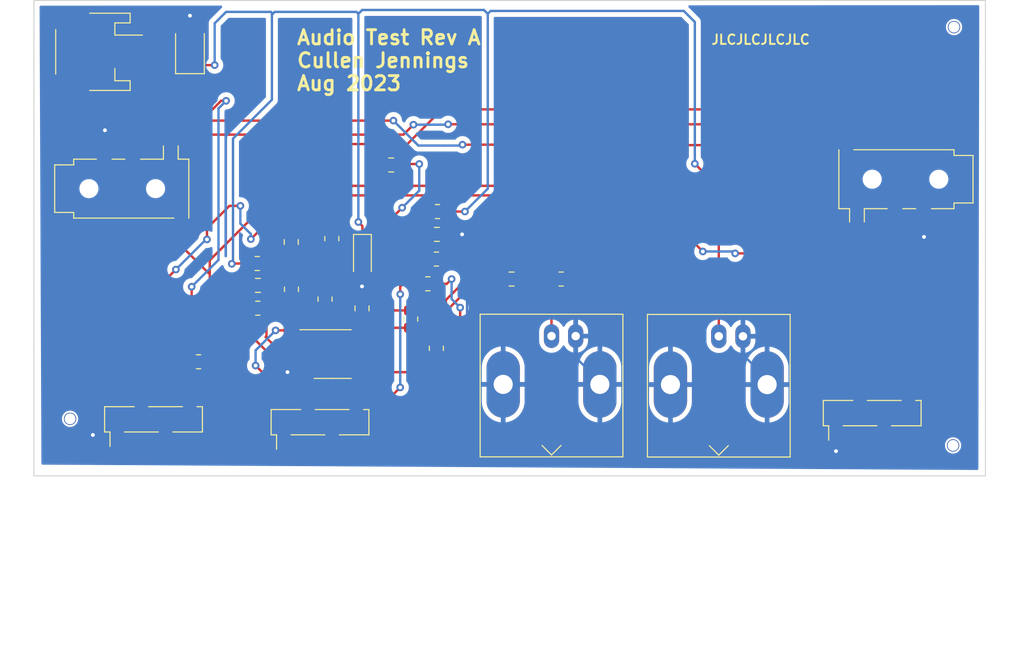
<source format=kicad_pcb>
(kicad_pcb (version 20221018) (generator pcbnew)
  (layers (0 "F.Cu" signal) (31 "B.Cu" signal) (34 "B.Paste" user) (35 "F.Paste" user) (36 "B.SilkS" user "B.Silkscreen") (37 "F.SilkS" user "F.Silkscreen") (38 "B.Mask" user) (39 "F.Mask" user) (44 "Edge.Cuts" user))
  (net 0 "")
  (net 1 "+3.3V")
  (net 2 "/Right")
  (net 3 "/Mic")
  (net 4 "/Left")
  (net 5 "Net-(C6-Pad1)")
  (net 6 "Net-(C7-Pad2)")
  (net 7 "Net-(J5-Pin_2)")
  (net 8 "Net-(C2-Pad1)")
  (net 9 "Net-(U1A-+)")
  (net 10 "Net-(J8-Pin_4)")
  (net 11 "Net-(J6-In)")
  (net 12 "Net-(J7-In)")
  (net 13 "Net-(J5-Pin_3)")
  (net 14 "Net-(J8-Pin_1)")
  (net 15 "Net-(J4-Pin_4)")
  (net 16 "Net-(J8-Pin_3)")
  (net 17 "GND")
  (footprint "FootprintLib:MountingHole_JLCPCB_Tool" (layer "F.Cu") (at 196.7 52.8)
    (fp_text reference "H1" hide)
    (fp_text value "JLCPCB-Tool-Hole")
    (pad "" np_thru_hole circle (at 0 0) (size 1.3 1.3) (drill 1.128) (layers "F&B.Cu" "*.Mask") (clearance 0.2))
  )
  (footprint "FootprintLib:MountingHole_JLCPCB_Tool" (layer "F.Cu") (at 103.8 94)
    (fp_text reference "H2" hide)
    (fp_text value "JLCPCB-Tool-Hole")
    (pad "" np_thru_hole circle (at 0 0) (size 1.3 1.3) (drill 1.128) (layers "F&B.Cu" "*.Mask") (clearance 0.2))
  )
  (footprint "Resistor_SMD:R_0805_2012Metric" (layer "F.Cu") (at 127.070226 80.373483 90)
    (fp_text reference "R3" hide)
    (fp_text value "1K")
    (pad "1" smd roundrect (at -0.9125 0 90) (size 1.025 1.4) (layers "F.Cu" "F.Paste" "F.Mask") (roundrect_rratio 0.243902439) (net 14 "Net-(J8-Pin_1)"))
    (pad "2" smd roundrect (at 0.9125 0 90) (size 1.025 1.4) (layers "F.Cu" "F.Paste" "F.Mask") (roundrect_rratio 0.243902439) (net 8 "Net-(C2-Pad1)"))
  )
  (footprint "Connector_PinHeader_2.54mm:PinHeader_1x04_P2.54mm_Vertical_SMD_Pin1Left" (layer "F.Cu") (at 188.1 93.4 90)
    (fp_text reference "J5" hide)
    (fp_text value "Conn_01x04_Pin")
    (pad "1" smd rect (at -1.655 -3.81 90) (size 2.51 1) (layers "F.Cu" "F.Paste" "F.Mask") (net 17 "GND"))
    (pad "2" smd rect (at 1.655 -1.27 90) (size 2.51 1) (layers "F.Cu" "F.Paste" "F.Mask") (net 7 "Net-(J5-Pin_2)"))
    (pad "3" smd rect (at -1.655 1.27 90) (size 2.51 1) (layers "F.Cu" "F.Paste" "F.Mask") (net 13 "Net-(J5-Pin_3)"))
    (pad "4" smd rect (at 1.655 3.81 90) (size 2.51 1) (layers "F.Cu" "F.Paste" "F.Mask") (net 1 "+3.3V"))
  )
  (footprint "Capacitor_SMD:C_0805_2012Metric" (layer "F.Cu") (at 123.545548 79.964736)
    (fp_text reference "C3" hide)
    (fp_text value "0.1uF")
    (pad "1" smd roundrect (at -0.95 0) (size 1 1.45) (layers "F.Cu" "F.Paste" "F.Mask") (net 17 "GND"))
    (pad "2" smd roundrect (at 0.95 0) (size 1 1.45) (layers "F.Cu" "F.Paste" "F.Mask") (net 9 "Net-(U1A-+)"))
  )
  (footprint "Resistor_SMD:R_0805_2012Metric" (layer "F.Cu") (at 130.6 81.4125 90)
    (fp_text reference "R4" hide)
    (fp_text value "22K")
    (pad "1" smd roundrect (at -0.9125 0 90) (size 1.025 1.4) (layers "F.Cu" "F.Paste" "F.Mask") (roundrect_rratio 0.243902439) (net 13 "Net-(J5-Pin_3)"))
    (pad "2" smd roundrect (at 0.9125 0 90) (size 1.025 1.4) (layers "F.Cu" "F.Paste" "F.Mask") (roundrect_rratio 0.243902439) (net 14 "Net-(J8-Pin_1)"))
  )
  (footprint "Resistor_SMD:R_0805_2012Metric" (layer "F.Cu") (at 123.528939 82.366676)
    (fp_text reference "R2" hide)
    (fp_text value "47k")
    (pad "1" smd roundrect (at -0.9125 0) (size 1.025 1.4) (layers "F.Cu" "F.Paste" "F.Mask") (roundrect_rratio 0.243902439) (net 17 "GND"))
    (pad "2" smd roundrect (at 0.9125 0) (size 1.025 1.4) (layers "F.Cu" "F.Paste" "F.Mask") (roundrect_rratio 0.243902439) (net 9 "Net-(U1A-+)"))
  )
  (footprint "Resistor_SMD:R_0805_2012Metric" (layer "F.Cu") (at 142.3 86.5875 -90)
    (fp_text reference "R7" hide)
    (fp_text value "10K")
    (pad "1" smd roundrect (at -0.9125 0 270) (size 1.025 1.4) (layers "F.Cu" "F.Paste" "F.Mask") (roundrect_rratio 0.243902439) (net 6 "Net-(C7-Pad2)"))
    (pad "2" smd roundrect (at 0.9125 0 270) (size 1.025 1.4) (layers "F.Cu" "F.Paste" "F.Mask") (roundrect_rratio 0.243902439) (net 16 "Net-(J8-Pin_3)"))
  )
  (footprint "Capacitor_Tantalum_SMD:CP_EIA-3216-18_Kemet-A" (layer "F.Cu") (at 134.525751 76.916676 -90)
    (fp_text reference "C5" hide)
    (fp_text value "10uF")
    (pad "1" smd roundrect (at -1.35 0 270) (size 1.4 1.35) (layers "F.Cu" "F.Paste" "F.Mask") (roundrect_rratio 0.1851851852) (net 1 "+3.3V"))
    (pad "2" smd roundrect (at 1.35 0 270) (size 1.4 1.35) (layers "F.Cu" "F.Paste" "F.Mask") (roundrect_rratio 0.1851851852) (net 17 "GND"))
  )
  (footprint "Package_SO:SOIC-8_3.9x4.9mm_P1.27mm" (layer "F.Cu") (at 131.400433 87.190529)
    (fp_text reference "U1" hide)
    (fp_text value "AD8397")
    (pad "1" smd roundrect (at -2.475 -1.905) (size 1.95 0.6) (layers "F.Cu" "F.Paste" "F.Mask") (net 13 "Net-(J5-Pin_3)"))
    (pad "2" smd roundrect (at -2.475 -0.635) (size 1.95 0.6) (layers "F.Cu" "F.Paste" "F.Mask") (net 14 "Net-(J8-Pin_1)"))
    (pad "3" smd roundrect (at -2.475 0.635) (size 1.95 0.6) (layers "F.Cu" "F.Paste" "F.Mask") (net 9 "Net-(U1A-+)"))
    (pad "4" smd roundrect (at -2.475 1.905) (size 1.95 0.6) (layers "F.Cu" "F.Paste" "F.Mask") (net 17 "GND"))
    (pad "5" smd roundrect (at 2.475 1.905) (size 1.95 0.6) (layers "F.Cu" "F.Paste" "F.Mask") (net 16 "Net-(J8-Pin_3)"))
    (pad "6" smd roundrect (at 2.475 0.635) (size 1.95 0.6) (layers "F.Cu" "F.Paste" "F.Mask") (net 7 "Net-(J5-Pin_2)"))
    (pad "7" smd roundrect (at 2.475 -0.635) (size 1.95 0.6) (layers "F.Cu" "F.Paste" "F.Mask") (net 7 "Net-(J5-Pin_2)"))
    (pad "8" smd roundrect (at 2.475 -1.905) (size 1.95 0.6) (layers "F.Cu" "F.Paste" "F.Mask") (net 1 "+3.3V"))
  )
  (footprint "Capacitor_Tantalum_SMD:CP_EIA-3528-21_Kemet-B" (layer "F.Cu") (at 116.4 55.2375 90)
    (fp_text reference "C4" hide)
    (fp_text value "100uF")
    (pad "1" smd roundrect (at -1.5375 0 90) (size 1.325 2.35) (layers "F.Cu" "F.Paste" "F.Mask") (roundrect_rratio 0.1886792453) (net 1 "+3.3V"))
    (pad "2" smd roundrect (at 1.5375 0 90) (size 1.325 2.35) (layers "F.Cu" "F.Paste" "F.Mask") (roundrect_rratio 0.1886792453) (net 17 "GND"))
  )
  (footprint "Resistor_SMD:R_0805_2012Metric" (layer "F.Cu") (at 155.4125 79.3)
    (fp_text reference "R6" hide)
    (fp_text value "560R")
    (pad "1" smd roundrect (at -0.9125 0) (size 1.025 1.4) (layers "F.Cu" "F.Paste" "F.Mask") (roundrect_rratio 0.243902439) (net 12 "Net-(J7-In)"))
    (pad "2" smd roundrect (at 0.9125 0) (size 1.025 1.4) (layers "F.Cu" "F.Paste" "F.Mask") (roundrect_rratio 0.243902439) (net 17 "GND"))
  )
  (footprint "Capacitor_SMD:C_0805_2012Metric" (layer "F.Cu") (at 142.35 74.6 180)
    (fp_text reference "C8" hide)
    (fp_text value "0.1uF")
    (pad "1" smd roundrect (at -0.95 0 180) (size 1 1.45) (layers "F.Cu" "F.Paste" "F.Mask") (net 17 "GND"))
    (pad "2" smd roundrect (at 0.95 0 180) (size 1 1.45) (layers "F.Cu" "F.Paste" "F.Mask") (net 10 "Net-(J8-Pin_4)"))
  )
  (footprint "Connector_Coaxial:BNC_Amphenol_B6252HB-NPP3G-50_Horizontal" (layer "F.Cu") (at 154.4 85.3 180)
    (fp_text reference "J7" hide)
    (fp_text value "KH-BNC50-3511")
    (pad "1" thru_hole oval (at 0 0 180) (size 1.6 2.5) (drill 0.89) (layers "*.Cu" "*.Mask") (net 12 "Net-(J7-In)"))
    (pad "2" thru_hole oval (at -5.08 -5.08 180) (size 3.5 7) (drill 2.01) (layers "*.Cu" "*.Mask") (net 17 "GND"))
    (pad "2" thru_hole oval (at -2.54 0 180) (size 1.6 2.5) (drill 0.89) (layers "*.Cu" "*.Mask") (net 17 "GND"))
    (pad "2" thru_hole oval (at 5.08 -5.08 180) (size 3.5 7) (drill 2.01) (layers "*.Cu" "*.Mask") (net 17 "GND"))
  )
  (footprint "Resistor_SMD:R_0805_2012Metric" (layer "F.Cu") (at 123.473345 77.666676 180)
    (fp_text reference "R1" hide)
    (fp_text value "47k")
    (pad "1" smd roundrect (at -0.9125 0 180) (size 1.025 1.4) (layers "F.Cu" "F.Paste" "F.Mask") (roundrect_rratio 0.243902439) (net 9 "Net-(U1A-+)"))
    (pad "2" smd roundrect (at 0.9125 0 180) (size 1.025 1.4) (layers "F.Cu" "F.Paste" "F.Mask") (roundrect_rratio 0.243902439) (net 1 "+3.3V"))
  )
  (footprint "Connector_PinHeader_2.54mm:PinHeader_1x04_P2.54mm_Vertical_SMD_Pin1Left" (layer "F.Cu") (at 112.57 94.055 90)
    (fp_text reference "J4" hide)
    (fp_text value "Conn_01x04_Pin")
    (pad "1" smd rect (at -1.655 -3.81 90) (size 2.51 1) (layers "F.Cu" "F.Paste" "F.Mask") (net 17 "GND"))
    (pad "2" smd rect (at 1.655 -1.27 90) (size 2.51 1) (layers "F.Cu" "F.Paste" "F.Mask") (net 4 "/Left"))
    (pad "3" smd rect (at -1.655 1.27 90) (size 2.51 1) (layers "F.Cu" "F.Paste" "F.Mask") (net 2 "/Right"))
    (pad "4" smd rect (at 1.655 3.81 90) (size 2.51 1) (layers "F.Cu" "F.Paste" "F.Mask") (net 15 "Net-(J4-Pin_4)"))
  )
  (footprint "Connector_PinHeader_2.54mm:PinHeader_1x04_P2.54mm_Vertical_SMD_Pin1Left" (layer "F.Cu") (at 130.07 94.355 90)
    (fp_text reference "J8" hide)
    (fp_text value "Conn_01x04_Pin")
    (pad "1" smd rect (at -1.655 -3.81 90) (size 2.51 1) (layers "F.Cu" "F.Paste" "F.Mask") (net 14 "Net-(J8-Pin_1)"))
    (pad "2" smd rect (at 1.655 -1.27 90) (size 2.51 1) (layers "F.Cu" "F.Paste" "F.Mask") (net 13 "Net-(J5-Pin_3)"))
    (pad "3" smd rect (at -1.655 1.27 90) (size 2.51 1) (layers "F.Cu" "F.Paste" "F.Mask") (net 16 "Net-(J8-Pin_3)"))
    (pad "4" smd rect (at 1.655 3.81 90) (size 2.51 1) (layers "F.Cu" "F.Paste" "F.Mask") (net 10 "Net-(J8-Pin_4)"))
  )
  (footprint "Capacitor_SMD:C_0805_2012Metric" (layer "F.Cu") (at 127.044661 75.407924 90)
    (fp_text reference "C2" hide)
    (fp_text value "10uF")
    (pad "1" smd roundrect (at -0.95 0 90) (size 1 1.45) (layers "F.Cu" "F.Paste" "F.Mask") (net 8 "Net-(C2-Pad1)"))
    (pad "2" smd roundrect (at 0.95 0 90) (size 1 1.45) (layers "F.Cu" "F.Paste" "F.Mask") (net 4 "/Left"))
  )
  (footprint "Resistor_SMD:R_0805_2012Metric" (layer "F.Cu") (at 131.311344 75.050737 -90)
    (fp_text reference "R5" hide)
    (fp_text value "560R")
    (pad "1" smd roundrect (at -0.9125 0 270) (size 1.025 1.4) (layers "F.Cu" "F.Paste" "F.Mask") (roundrect_rratio 0.243902439) (net 11 "Net-(J6-In)"))
    (pad "2" smd roundrect (at 0.9125 0 270) (size 1.025 1.4) (layers "F.Cu" "F.Paste" "F.Mask") (roundrect_rratio 0.243902439) (net 13 "Net-(J5-Pin_3)"))
  )
  (footprint "Resistor_SMD:R_0805_2012Metric" (layer "F.Cu") (at 142.4125 72.2)
    (fp_text reference "R8" hide)
    (fp_text value "47k")
    (pad "1" smd roundrect (at -0.9125 0) (size 1.025 1.4) (layers "F.Cu" "F.Paste" "F.Mask") (roundrect_rratio 0.243902439) (net 10 "Net-(J8-Pin_4)"))
    (pad "2" smd roundrect (at 0.9125 0) (size 1.025 1.4) (layers "F.Cu" "F.Paste" "F.Mask") (roundrect_rratio 0.243902439) (net 1 "+3.3V"))
  )
  (footprint "Connector_Coaxial:BNC_Amphenol_B6252HB-NPP3G-50_Horizontal" (layer "F.Cu") (at 171.98 85.32 180)
    (fp_text reference "J6" hide)
    (fp_text value "KH-BNC50-3511")
    (pad "1" thru_hole oval (at 0 0 180) (size 1.6 2.5) (drill 0.89) (layers "*.Cu" "*.Mask") (net 11 "Net-(J6-In)"))
    (pad "2" thru_hole oval (at -5.08 -5.08 180) (size 3.5 7) (drill 2.01) (layers "*.Cu" "*.Mask") (net 17 "GND"))
    (pad "2" thru_hole oval (at -2.54 0 180) (size 1.6 2.5) (drill 0.89) (layers "*.Cu" "*.Mask") (net 17 "GND"))
    (pad "2" thru_hole oval (at 5.08 -5.08 180) (size 3.5 7) (drill 2.01) (layers "*.Cu" "*.Mask") (net 17 "GND"))
  )
  (footprint "FootprintLib:Jack_3.5mm_PJ320D_Horizontal-CJ" (layer "F.Cu") (at 191.685 68.79 180)
    (fp_text reference "J2" hide)
    (fp_text value "PJ-320D")
    (pad "" np_thru_hole circle (at -3.415 -0.01 180) (size 1.5 1.5) (drill 1.5) (layers "*.Cu" "*.Mask"))
    (pad "" np_thru_hole circle (at 3.585 -0.01 180) (size 1.5 1.5) (drill 1.5) (layers "*.Cu" "*.Mask"))
    (pad "R1" smd rect (at 1.185 -3.26 180) (size 1.2 2.5) (layers "F.Cu" "F.Paste" "F.Mask") (net 2 "/Right"))
    (pad "R2" smd rect (at -1.815 -3.26 180) (size 1.2 2.5) (layers "F.Cu" "F.Paste" "F.Mask") (net 17 "GND"))
    (pad "S" smd rect (at 6.285 3.24 180) (size 1.2 2.5) (layers "F.Cu" "F.Paste" "F.Mask") (net 3 "/Mic"))
    (pad "T" smd rect (at 5.185 -3.26 180) (size 1.2 2.5) (layers "F.Cu" "F.Paste" "F.Mask") (net 4 "/Left"))
  )
  (footprint "Capacitor_SMD:C_0805_2012Metric" (layer "F.Cu") (at 137.55 67.3 180)
    (fp_text reference "C6" hide)
    (fp_text value "10uF")
    (pad "1" smd roundrect (at -0.95 0 180) (size 1 1.45) (layers "F.Cu" "F.Paste" "F.Mask") (net 5 "Net-(C6-Pad1)"))
    (pad "2" smd roundrect (at 0.95 0 180) (size 1 1.45) (layers "F.Cu" "F.Paste" "F.Mask") (net 3 "/Mic"))
  )
  (footprint "Resistor_SMD:R_0805_2012Metric" (layer "F.Cu") (at 141.4 79.8 180)
    (fp_text reference "R12" hide)
    (fp_text value "100R")
    (pad "1" smd roundrect (at -0.9125 0 180) (size 1.025 1.4) (layers "F.Cu" "F.Paste" "F.Mask") (roundrect_rratio 0.243902439) (net 16 "Net-(J8-Pin_3)"))
    (pad "2" smd roundrect (at 0.9125 0 180) (size 1.025 1.4) (layers "F.Cu" "F.Paste" "F.Mask") (roundrect_rratio 0.243902439) (net 10 "Net-(J8-Pin_4)"))
  )
  (footprint "Capacitor_SMD:C_0805_2012Metric" (layer "F.Cu") (at 134.48416 82.383586 -90)
    (fp_text reference "C1" hide)
    (fp_text value "0.1uF")
    (pad "1" smd roundrect (at -0.95 0 270) (size 1 1.45) (layers "F.Cu" "F.Paste" "F.Mask") (net 17 "GND"))
    (pad "2" smd roundrect (at 0.95 0 270) (size 1 1.45) (layers "F.Cu" "F.Paste" "F.Mask") (net 1 "+3.3V"))
  )
  (footprint "Resistor_SMD:R_0805_2012Metric" (layer "F.Cu") (at 142.3 77.2 180)
    (fp_text reference "R11" hide)
    (fp_text value "47k")
    (pad "1" smd roundrect (at -0.9125 0 180) (size 1.025 1.4) (layers "F.Cu" "F.Paste" "F.Mask") (roundrect_rratio 0.243902439) (net 17 "GND"))
    (pad "2" smd roundrect (at 0.9125 0 180) (size 1.025 1.4) (layers "F.Cu" "F.Paste" "F.Mask") (roundrect_rratio 0.243902439) (net 10 "Net-(J8-Pin_4)"))
  )
  (footprint "Resistor_SMD:R_0805_2012Metric" (layer "F.Cu") (at 139.6 83.5125 -90)
    (fp_text reference "R9" hide)
    (fp_text value "560R")
    (pad "1" smd roundrect (at -0.9125 0 270) (size 1.025 1.4) (layers "F.Cu" "F.Paste" "F.Mask") (roundrect_rratio 0.243902439) (net 5 "Net-(C6-Pad1)"))
    (pad "2" smd roundrect (at 0.9125 0 270) (size 1.025 1.4) (layers "F.Cu" "F.Paste" "F.Mask") (roundrect_rratio 0.243902439) (net 7 "Net-(J5-Pin_2)"))
  )
  (footprint "Capacitor_SMD:C_0805_2012Metric" (layer "F.Cu") (at 150.2 79.3 180)
    (fp_text reference "C7" hide)
    (fp_text value "10uF")
    (pad "1" smd roundrect (at -0.95 0 180) (size 1 1.45) (layers "F.Cu" "F.Paste" "F.Mask") (net 12 "Net-(J7-In)"))
    (pad "2" smd roundrect (at 0.95 0 180) (size 1 1.45) (layers "F.Cu" "F.Paste" "F.Mask") (net 6 "Net-(C7-Pad2)"))
  )
  (footprint "Connector_JST:JST_PH_S2B-PH-SM4-TB_1x02-1MP_P2.00mm_Horizontal" (layer "F.Cu") (at 106.8 55.4 -90)
    (fp_text reference "J3" hide)
    (fp_text value "JST_PH_1x02")
    (pad "1" smd roundrect (at -1 -2.85 270) (size 1 3.5) (layers "F.Cu" "F.Paste" "F.Mask") (net 17 "GND"))
    (pad "2" smd roundrect (at 1 -2.85 270) (size 1 3.5) (layers "F.Cu" "F.Paste" "F.Mask") (net 1 "+3.3V"))
    (pad "MP" smd roundrect (at -3.35 2.9 270) (size 1.5 3.4) (layers "F.Cu" "F.Paste" "F.Mask") (roundrect_rratio 0.1666673333))
    (pad "MP" smd roundrect (at 3.35 2.9 270) (size 1.5 3.4) (layers "F.Cu" "F.Paste" "F.Mask") (roundrect_rratio 0.1666673333))
  )
  (footprint "Resistor_SMD:R_0805_2012Metric" (layer "F.Cu") (at 117.3 88)
    (fp_text reference "R10" hide)
    (fp_text value "1K5")
    (pad "1" smd roundrect (at -0.9125 0) (size 1.025 1.4) (layers "F.Cu" "F.Paste" "F.Mask") (roundrect_rratio 0.243902439) (net 15 "Net-(J4-Pin_4)"))
    (pad "2" smd roundrect (at 0.9125 0) (size 1.025 1.4) (layers "F.Cu" "F.Paste" "F.Mask") (roundrect_rratio 0.243902439) (net 3 "/Mic"))
  )
  (footprint "FootprintLib:MountingHole_JLCPCB_Tool" (layer "F.Cu") (at 196.6 96.8)
    (fp_text reference "H3" hide)
    (fp_text value "JLCPCB-Tool-Hole")
    (pad "" np_thru_hole circle (at 0 0) (size 1.3 1.3) (drill 1.128) (layers "F&B.Cu" "*.Mask") (clearance 0.2))
  )
  (footprint "FootprintLib:Jack_3.5mm_PJ320D_Horizontal-CJ" (layer "F.Cu") (at 109.2 69.8)
    (fp_text reference "J1" hide)
    (fp_text value "PJ-320D")
    (pad "" np_thru_hole circle (at -3.415 -0.01) (size 1.5 1.5) (drill 1.5) (layers "*.Cu" "*.Mask"))
    (pad "" np_thru_hole circle (at 3.585 -0.01) (size 1.5 1.5) (drill 1.5) (layers "*.Cu" "*.Mask"))
    (pad "R1" smd rect (at 1.185 -3.26) (size 1.2 2.5) (layers "F.Cu" "F.Paste" "F.Mask") (net 2 "/Right"))
    (pad "R2" smd rect (at -1.815 -3.26) (size 1.2 2.5) (layers "F.Cu" "F.Paste" "F.Mask") (net 17 "GND"))
    (pad "S" smd rect (at 6.285 3.24) (size 1.2 2.5) (layers "F.Cu" "F.Paste" "F.Mask") (net 3 "/Mic"))
    (pad "T" smd rect (at 5.185 -3.26) (size 1.2 2.5) (layers "F.Cu" "F.Paste" "F.Mask") (net 4 "/Left"))
  )
  (gr_line (start 100 100) (end 200 100) (stroke (width 0.1)) (layer "Edge.Cuts"))
  (gr_line (start 200 50) (end 100 50) (stroke (width 0.1)) (layer "Edge.Cuts"))
  (gr_line (start 100 50) (end 100 100) (stroke (width 0.1)) (layer "Edge.Cuts"))
  (gr_line (start 200 100) (end 200 50) (stroke (width 0.1)) (layer "Edge.Cuts"))
  (gr_text "Audio Test Rev A\nCullen Jennings \nAug 2023 " (at 127.5 59.6) (layer "F.SilkS") (effects (font (size 1.5 1.5) (thickness 0.3) bold) (justify left bottom)))
  (gr_text "JLCJLCJLCJLC" (at 171.1 54.7) (layer "F.SilkS") (effects (font (size 1 1) (thickness 0.2) bold) (justify left bottom)))
  (segment (start 112.8 56.4) (end 113.3 56.9) (width 0.25) (layer "F.Cu") (net 1))
  (segment (start 134.525751 75.566676) (end 134.525751 73.725751) (width 0.25) (layer "F.Cu") (net 1))
  (segment (start 113.3 56.9) (end 116.275 56.9) (width 0.25) (layer "F.Cu") (net 1))
  (segment (start 143.325 72.2) (end 145.3 72.2) (width 0.25) (layer "F.Cu") (net 1))
  (segment (start 134.473703 83.169043) (end 134.48416 83.158586) (width 0.25) (layer "F.Cu") (net 1))
  (segment (start 133.036328 83.168244) (end 133.036328 75.566676) (width 0.25) (layer "F.Cu") (net 1))
  (segment (start 116.275 56.9) (end 116.4 56.775) (width 0.25) (layer "F.Cu") (net 1))
  (segment (start 133.875433 85.285529) (end 133.911806 85.249156) (width 0.25) (layer "F.Cu") (net 1))
  (segment (start 122.560845 77.666676) (end 120.833324 77.666676) (width 0.25) (layer "F.Cu") (net 1))
  (segment (start 116.425 56.8) (end 119 56.8) (width 0.25) (layer "F.Cu") (net 1))
  (segment (start 133.045986 83.158586) (end 133.036328 83.168244) (width 0.25) (layer "F.Cu") (net 1))
  (segment (start 134.48416 83.158586) (end 133.045986 83.158586) (width 0.25) (layer "F.Cu") (net 1))
  (segment (start 116.4 56.775) (end 116.425 56.8) (width 0.25) (layer "F.Cu") (net 1))
  (segment (start 120.833324 77.666676) (end 120.8 77.7) (width 0.25) (layer "F.Cu") (net 1))
  (segment (start 191.91 91.745) (end 191.91 81.365901) (width 0.25) (layer "F.Cu") (net 1))
  (segment (start 134.473703 84.223808) (end 134.473703 83.169043) (width 0.25) (layer "F.Cu") (net 1))
  (segment (start 109.65 56.4) (end 112.8 56.4) (width 0.25) (layer "F.Cu") (net 1))
  (segment (start 133.911806 85.249156) (end 133.911806 84.495069) (width 0.25) (layer "F.Cu") (net 1))
  (segment (start 191.91 81.365901) (end 188.561893 78.017794) (width 0.25) (layer "F.Cu") (net 1))
  (segment (start 188.561893 78.017794) (end 180.306803 78.017794) (width 0.25) (layer "F.Cu") (net 1))
  (segment (start 134.525751 73.725751) (end 134.1 73.3) (width 0.25) (layer "F.Cu") (net 1))
  (segment (start 180.306803 78.017794) (end 169.462711 67.173702) (width 0.25) (layer "F.Cu") (net 1))
  (segment (start 133.911806 84.495069) (end 134.183067 84.223808) (width 0.25) (layer "F.Cu") (net 1))
  (segment (start 134.183067 84.223808) (end 134.473703 84.223808) (width 0.25) (layer "F.Cu") (net 1))
  (segment (start 134.525751 75.566676) (end 133.036328 75.566676) (width 0.25) (layer "F.Cu") (net 1))
  (via (at 119 56.8) (size 0.8) (drill 0.4) (layers "F.Cu" "B.Cu") (net 1))
  (via (at 120.8 77.7) (size 0.8) (drill 0.4) (layers "F.Cu" "B.Cu") (net 1))
  (via (at 169.462711 67.173702) (size 0.8) (drill 0.4) (layers "F.Cu" "B.Cu") (net 1))
  (via (at 134.1 73.3) (size 0.8) (drill 0.4) (layers "F.Cu" "B.Cu") (net 1))
  (via (at 145.3 72.2) (size 0.8) (drill 0.4) (layers "F.Cu" "B.Cu") (net 1))
  (segment (start 125.3 51.2) (end 133.9 51.2) (width 0.25) (layer "B.Cu") (net 1))
  (segment (start 147.3 51) (end 147.7 51.4) (width 0.25) (layer "B.Cu") (net 1))
  (segment (start 119 52.4) (end 120.2 51.2) (width 0.25) (layer "B.Cu") (net 1))
  (segment (start 125.1 51.4) (end 125.3 51.2) (width 0.25) (layer "B.Cu") (net 1))
  (segment (start 169.462711 67.173702) (end 169.462711 52.262711) (width 0.25) (layer "B.Cu") (net 1))
  (segment (start 147.7 69.8) (end 147.7 51.4) (width 0.25) (layer "B.Cu") (net 1))
  (segment (start 119 56.8) (end 119 52.4) (width 0.25) (layer "B.Cu") (net 1))
  (segment (start 120.2 51.2) (end 124.9 51.2) (width 0.25) (layer "B.Cu") (net 1))
  (segment (start 134.5 51) (end 147.3 51) (width 0.25) (layer "B.Cu") (net 1))
  (segment (start 134.1 51.4) (end 134.5 51) (width 0.25) (layer "B.Cu") (net 1))
  (segment (start 133.9 51.2) (end 134.1 51.4) (width 0.25) (layer "B.Cu") (net 1))
  (segment (start 125.0131 51.4869) (end 125.1 51.4) (width 0.25) (layer "B.Cu") (net 1))
  (segment (start 124.9 51.2) (end 125.1 51.4) (width 0.25) (layer "B.Cu") (net 1))
  (segment (start 120.925486 64.530087) (end 125.0131 60.442473) (width 0.25) (layer "B.Cu") (net 1))
  (segment (start 148 51.1) (end 147.7 51.4) (width 0.25) (layer "B.Cu") (net 1))
  (segment (start 134.1 73.3) (end 134.1 51.4) (width 0.25) (layer "B.Cu") (net 1))
  (segment (start 169.462711 52.262711) (end 168.3 51.1) (width 0.25) (layer "B.Cu") (net 1))
  (segment (start 125.0131 60.442473) (end 125.0131 51.4869) (width 0.25) (layer "B.Cu") (net 1))
  (segment (start 120.8 77.7) (end 120.925486 77.574514) (width 0.25) (layer "B.Cu") (net 1))
  (segment (start 145.3 72.2) (end 147.7 69.8) (width 0.25) (layer "B.Cu") (net 1))
  (segment (start 168.3 51.1) (end 148 51.1) (width 0.25) (layer "B.Cu") (net 1))
  (segment (start 120.925486 77.574514) (end 120.925486 64.530087) (width 0.25) (layer "B.Cu") (net 1))
  (segment (start 182.649328 76.587699) (end 189.421637 76.587699) (width 0.25) (layer "F.Cu") (net 2))
  (segment (start 150.921908 65.213298) (end 175.568393 65.213298) (width 0.25) (layer "F.Cu") (net 2))
  (segment (start 110.433629 62.844105) (end 110.649358 62.628376) (width 0.25) (layer "F.Cu") (net 2))
  (segment (start 116.581233 82.908053) (end 116.581233 80.108053) (width 0.25) (layer "F.Cu") (net 2))
  (segment (start 120.200486 60.554034) (end 119.669889 60.554034) (width 0.25) (layer "F.Cu") (net 2))
  (segment (start 113.817981 85.671305) (end 116.581233 82.908053) (width 0.25) (layer "F.Cu") (net 2))
  (segment (start 179.211147 68.856052) (end 179.211147 73.149518) (width 0.25) (layer "F.Cu") (net 2))
  (segment (start 175.568393 65.213298) (end 179.211147 68.856052) (width 0.25) (layer "F.Cu") (net 2))
  (segment (start 110.649358 62.628376) (end 110.658324 62.637342) (width 0.25) (layer "F.Cu") (net 2))
  (segment (start 110.658324 62.637342) (end 117.586581 62.637342) (width 0.25) (layer "F.Cu") (net 2))
  (segment (start 110.433629 66.510547) (end 110.433629 62.844105) (width 0.25) (layer "F.Cu") (net 2))
  (segment (start 133.466996 62.637342) (end 137.781731 62.637342) (width 0.25) (layer "F.Cu") (net 2))
  (segment (start 179.211147 73.149518) (end 182.649328 76.587699) (width 0.25) (layer "F.Cu") (net 2))
  (segment (start 189.421637 76.587699) (end 190.562072 75.447263) (width 0.25) (layer "F.Cu") (net 2))
  (segment (start 113.817981 85.671305) (end 113.84 85.693324) (width 0.25) (layer "F.Cu") (net 2))
  (segment (start 190.562072 75.447263) (end 190.562072 72.037311) (width 0.25) (layer "F.Cu") (net 2))
  (segment (start 145.044399 65.165355) (end 150.873965 65.165355) (width 0.25) (layer "F.Cu") (net 2))
  (segment (start 113.84 85.693324) (end 113.84 95.71) (width 0.25) (layer "F.Cu") (net 2))
  (segment (start 137.781731 62.637342) (end 137.783758 62.635315) (width 0.25) (layer "F.Cu") (net 2))
  (segment (start 117.586581 62.637342) (end 133.466996 62.637342) (width 0.25) (layer "F.Cu") (net 2))
  (segment (start 119.669889 60.554034) (end 117.586581 62.637342) (width 0.25) (layer "F.Cu") (net 2))
  (segment (start 150.873965 65.165355) (end 150.921908 65.213298) (width 0.25) (layer "F.Cu") (net 2))
  (via (at 145.044399 65.165355) (size 0.8) (drill 0.4) (layers "F.Cu" "B.Cu") (net 2))
  (via (at 120.200486 60.554034) (size 0.8) (drill 0.4) (layers "F.Cu" "B.Cu") (net 2))
  (via (at 137.783758 62.635315) (size 0.8) (drill 0.4) (layers "F.Cu" "B.Cu") (net 2))
  (via (at 116.581233 80.108053) (size 0.8) (drill 0.4) (layers "F.Cu" "B.Cu") (net 2))
  (segment (start 144.949707 65.260047) (end 145.044399 65.165355) (width 0.25) (layer "B.Cu") (net 2))
  (segment (start 116.581233 80.108053) (end 119.4 77.289286) (width 0.25) (layer "B.Cu") (net 2))
  (segment (start 119.4 61.35452) (end 120.200486 60.554034) (width 0.25) (layer "B.Cu") (net 2))
  (segment (start 137.783758 62.635315) (end 140.40849 65.260047) (width 0.25) (layer "B.Cu") (net 2))
  (segment (start 119.4 77.289286) (end 119.4 61.35452) (width 0.25) (layer "B.Cu") (net 2))
  (segment (start 143.103218 65.260047) (end 144.949707 65.260047) (width 0.25) (layer "B.Cu") (net 2))
  (segment (start 140.40849 65.260047) (end 143.103218 65.260047) (width 0.25) (layer "B.Cu") (net 2))
  (segment (start 139.246604 65.1) (end 142.891478 61.455126) (width 0.25) (layer "F.Cu") (net 3))
  (segment (start 142.891478 61.455126) (end 184.924566 61.455126) (width 0.25) (layer "F.Cu") (net 3))
  (segment (start 118.481338 77.318662) (end 130.7 65.1) (width 0.25) (layer "F.Cu") (net 3))
  (segment (start 118.481338 85.318662) (end 118.2 85.6) (width 0.25) (layer "F.Cu") (net 3))
  (segment (start 115.533629 75.85768) (end 118.333461 78.657512) (width 0.25) (layer "F.Cu") (net 3))
  (segment (start 136.6 65.1) (end 139.246604 65.1) (width 0.25) (layer "F.Cu") (net 3))
  (segment (start 118.2 87.9875) (end 118.2125 88) (width 0.25) (layer "F.Cu") (net 3))
  (segment (start 130.7 65.1) (end 136.6 65.1) (width 0.25) (layer "F.Cu") (net 3))
  (segment (start 136.6 67.3) (end 136.6 65.1) (width 0.25) (layer "F.Cu") (net 3))
  (segment (start 184.924566 61.455126) (end 185.462072 61.992632) (width 0.25) (layer "F.Cu") (net 3))
  (segment (start 118.2 85.6) (end 118.2 87.9875) (width 0.25) (layer "F.Cu") (net 3))
  (segment (start 118.333461 78.657512) (end 118.481338 78.657512) (width 0.25) (layer "F.Cu") (net 3))
  (segment (start 115.533629 73.010547) (end 115.533629 75.85768) (width 0.25) (layer "F.Cu") (net 3))
  (segment (start 118.481338 78.657512) (end 118.481338 77.318662) (width 0.25) (layer "F.Cu") (net 3))
  (segment (start 185.462072 61.992632) (end 185.462072 65.537311) (width 0.25) (layer "F.Cu") (net 3))
  (segment (start 118.481338 78.657512) (end 118.481338 85.318662) (width 0.25) (layer "F.Cu") (net 3))
  (segment (start 114.422438 64.110114) (end 114.419119 64.113433) (width 0.25) (layer "F.Cu") (net 4))
  (segment (start 134.881397 64.110114) (end 138.839792 64.110114) (width 0.25) (layer "F.Cu") (net 4))
  (segment (start 114.419119 64.113433) (end 114.433629 64.127943) (width 0.25) (layer "F.Cu") (net 4))
  (segment (start 121.7 71.6) (end 120.552925 71.6) (width 0.25) (layer "F.Cu") (net 4))
  (segment (start 185.579065 75.58935) (end 186.562072 74.606342) (width 0.25) (layer "F.Cu") (net 4))
  (segment (start 127.044661 74.457924) (end 123.442076 74.457924) (width 0.25) (layer "F.Cu") (net 4))
  (segment (start 111.3 81.920836) (end 114.922409 78.298427) (width 0.25) (layer "F.Cu") (net 4))
  (segment (start 183.583739 75.58935) (end 185.579065 75.58935) (width 0.25) (layer "F.Cu") (net 4))
  (segment (start 134.881397 64.110114) (end 118.240057 64.110114) (width 0.25) (layer "F.Cu") (net 4))
  (segment (start 118.18979 73.963135) (end 118.18979 64.160381) (width 0.25) (layer "F.Cu") (net 4))
  (segment (start 123.442076 74.457924) (end 122.8 75.1) (width 0.25) (layer "F.Cu") (net 4))
  (segment (start 143.53297 63.022269) (end 175.455701 63.022269) (width 0.25) (layer "F.Cu") (net 4))
  (segment (start 111.3 92.4) (end 111.3 81.920836) (width 0.25) (layer "F.Cu") (net 4))
  (segment (start 175.455701 63.022269) (end 181.816834 69.383402) (width 0.25) (layer "F.Cu") (net 4))
  (segment (start 181.816834 69.383402) (end 181.816834 73.822445) (width 0.25) (layer "F.Cu") (net 4))
  (segment (start 118.18979 64.160381) (end 118.240057 64.110114) (width 0.25) (layer "F.Cu") (net 4))
  (segment (start 120.552925 71.6) (end 118.18979 73.963135) (width 0.25) (layer "F.Cu") (net 4))
  (segment (start 181.816834 73.822445) (end 183.583739 75.58935) (width 0.25) (layer "F.Cu") (net 4))
  (segment (start 186.562072 74.606342) (end 186.562072 72.037311) (width 0.25) (layer "F.Cu") (net 4))
  (segment (start 138.839792 64.110114) (end 139.887196 63.06271) (width 0.25) (layer "F.Cu") (net 4))
  (segment (start 118.240057 64.110114) (end 114.422438 64.110114) (width 0.25) (layer "F.Cu") (net 4))
  (segment (start 118.18979 75.13158) (end 118.18979 73.963135) (width 0.25) (layer "F.Cu") (net 4))
  (segment (start 114.433629 64.127943) (end 114.433629 66.510547) (width 0.25) (layer "F.Cu") (net 4))
  (via (at 139.887196 63.06271) (size 0.8) (drill 0.4) (layers "F.Cu" "B.Cu") (net 4))
  (via (at 121.7 71.6) (size 0.8) (drill 0.4) (layers "F.Cu" "B.Cu") (net 4))
  (via (at 122.8 75.1) (size 0.8) (drill 0.4) (layers "F.Cu" "B.Cu") (net 4))
  (via (at 143.53297 63.022269) (size 0.8) (drill 0.4) (layers "F.Cu" "B.Cu") (net 4))
  (via (at 118.18979 75.13158) (size 0.8) (drill 0.4) (layers "F.Cu" "B.Cu") (net 4))
  (via (at 114.922409 78.298427) (size 0.8) (drill 0.4) (layers "F.Cu" "B.Cu") (net 4))
  (segment (start 143.492529 63.06271) (end 143.53297 63.022269) (width 0.25) (layer "B.Cu") (net 4))
  (segment (start 114.922409 78.298427) (end 118.089256 75.13158) (width 0.25) (layer "B.Cu") (net 4))
  (segment (start 121.7 71.6) (end 121.7 73.463161) (width 0.25) (layer "B.Cu") (net 4))
  (segment (start 122.8 75.1) (end 122.8 74.563161) (width 0.25) (layer "B.Cu") (net 4))
  (segment (start 139.887196 63.06271) (end 143.492529 63.06271) (width 0.25) (layer "B.Cu") (net 4))
  (segment (start 122.8 74.563161) (end 121.7 73.463161) (width 0.25) (layer "B.Cu") (net 4))
  (segment (start 118.089256 75.13158) (end 118.18979 75.13158) (width 0.25) (layer "B.Cu") (net 4))
  (segment (start 138.6 67.2) (end 138.5 67.3) (width 0.25) (layer "F.Cu") (net 5))
  (segment (start 137.9 82.6) (end 137.2 81.9) (width 0.25) (layer "F.Cu") (net 5))
  (segment (start 137.2 73.3) (end 138.7 71.8) (width 0.25) (layer "F.Cu") (net 5))
  (segment (start 139.6 82.6) (end 137.9 82.6) (width 0.25) (layer "F.Cu") (net 5))
  (segment (start 137.2 81.9) (end 137.2 73.3) (width 0.25) (layer "F.Cu") (net 5))
  (segment (start 140.5 67.2) (end 138.6 67.2) (width 0.25) (layer "F.Cu") (net 5))
  (via (at 140.5 67.2) (size 0.8) (drill 0.4) (layers "F.Cu" "B.Cu") (net 5))
  (via (at 138.7 71.8) (size 0.8) (drill 0.4) (layers "F.Cu" "B.Cu") (net 5))
  (segment (start 140.5 70) (end 140.5 67.2) (width 0.25) (layer "B.Cu") (net 5))
  (segment (start 138.7 71.8) (end 140.5 70) (width 0.25) (layer "B.Cu") (net 5))
  (segment (start 142.3 83.7) (end 146.7 79.3) (width 0.25) (layer "F.Cu") (net 6))
  (segment (start 146.7 79.3) (end 149.25 79.3) (width 0.25) (layer "F.Cu") (net 6))
  (segment (start 142.3 85.675) (end 142.3 83.7) (width 0.25) (layer "F.Cu") (net 6))
  (segment (start 139.6 84.425) (end 140.675 84.425) (width 0.25) (layer "F.Cu") (net 7))
  (segment (start 133.88658 86.566676) (end 133.875433 86.555529) (width 0.25) (layer "F.Cu") (net 7))
  (segment (start 137.767426 84.425) (end 139.6 84.425) (width 0.25) (layer "F.Cu") (net 7))
  (segment (start 135.625751 87.866676) (end 135.625751 86.566676) (width 0.25) (layer "F.Cu") (net 7))
  (segment (start 133.875433 87.825529) (end 135.584604 87.825529) (width 0.25) (layer "F.Cu") (net 7))
  (segment (start 140.675 84.425) (end 143.3 81.8) (width 0.25) (layer "F.Cu") (net 7))
  (segment (start 143.3 81.5) (end 153.1 71.7) (width 0.25) (layer "F.Cu") (net 7))
  (segment (start 135.625751 86.566676) (end 137.767426 84.425) (width 0.25) (layer "F.Cu") (net 7))
  (segment (start 135.584604 87.825529) (end 135.625751 87.866676) (width 0.25) (layer "F.Cu") (net 7))
  (segment (start 175.5 76.6) (end 173.7 76.6) (width 0.25) (layer "F.Cu") (net 7))
  (segment (start 186.83 91.745) (end 186.83 87.93) (width 0.25) (layer "F.Cu") (net 7))
  (segment (start 165.6 71.7) (end 170.3 76.4) (width 0.25) (layer "F.Cu") (net 7))
  (segment (start 143.3 81.8) (end 143.3 81.5) (width 0.25) (layer "F.Cu") (net 7))
  (segment (start 135.625751 86.566676) (end 133.88658 86.566676) (width 0.25) (layer "F.Cu") (net 7))
  (segment (start 186.83 87.93) (end 175.5 76.6) (width 0.25) (layer "F.Cu") (net 7))
  (segment (start 153.1 71.7) (end 165.6 71.7) (width 0.25) (layer "F.Cu") (net 7))
  (via (at 173.7 76.6) (size 0.8) (drill 0.4) (layers "F.Cu" "B.Cu") (net 7))
  (via (at 170.3 76.4) (size 0.8) (drill 0.4) (layers "F.Cu" "B.Cu") (net 7))
  (segment (start 173.5 76.4) (end 173.7 76.6) (width 0.25) (layer "B.Cu") (net 7))
  (segment (start 170.3 76.4) (end 173.5 76.4) (width 0.25) (layer "B.Cu") (net 7))
  (segment (start 127.070226 79.460983) (end 127.070226 76.908489) (width 0.25) (layer "F.Cu") (net 8))
  (segment (start 127.070226 76.908489) (end 127.044661 76.882924) (width 0.25) (layer "F.Cu") (net 8))
  (segment (start 124.495548 77.776379) (end 124.385845 77.666676) (width 0.25) (layer "F.Cu") (net 9))
  (segment (start 124.495548 79.964736) (end 124.495548 77.776379) (width 0.25) (layer "F.Cu") (net 9))
  (segment (start 128.854773 87.896189) (end 128.925433 87.825529) (width 0.25) (layer "F.Cu") (net 9))
  (segment (start 126.853335 87.896189) (end 128.854773 87.896189) (width 0.25) (layer "F.Cu") (net 9))
  (segment (start 124.441439 85.309293) (end 124.353939 85.396793) (width 0.25) (layer "F.Cu") (net 9))
  (segment (start 124.441439 82.366676) (end 124.441439 80.018845) (width 0.25) (layer "F.Cu") (net 9))
  (segment (start 124.441439 82.366676) (end 124.441439 85.309293) (width 0.25) (layer "F.Cu") (net 9))
  (segment (start 124.353939 85.396793) (end 126.853335 87.896189) (width 0.25) (layer "F.Cu") (net 9))
  (segment (start 139.7 77.2) (end 141.3875 77.2) (width 0.25) (layer "F.Cu") (net 10))
  (segment (start 140.4875 79.8) (end 140.4875 78.6875) (width 0.25) (layer "F.Cu") (net 10))
  (segment (start 138.5 80.9) (end 138.5 80.1) (width 0.25) (layer "F.Cu") (net 10))
  (segment (start 138.8 79.8) (end 140.4875 79.8) (width 0.25) (layer "F.Cu") (net 10))
  (segment (start 141.3875 77.2) (end 141.3875 74.6125) (width 0.25) (layer "F.Cu") (net 10))
  (segment (start 138.5 80.1) (end 138.8 79.8) (width 0.25) (layer "F.Cu") (net 10))
  (segment (start 133.88 92.7) (end 136.5 92.7) (width 0.25) (layer "F.Cu") (net 10))
  (segment (start 140.4875 78.6875) (end 139.7 77.9) (width 0.25) (layer "F.Cu") (net 10))
  (segment (start 141.4 72.3) (end 141.5 72.2) (width 0.25) (layer "F.Cu") (net 10))
  (segment (start 141.3875 74.6125) (end 141.4 74.6) (width 0.25) (layer "F.Cu") (net 10))
  (segment (start 136.5 92.7) (end 138.5 90.7) (width 0.25) (layer "F.Cu") (net 10))
  (segment (start 139.7 77.9) (end 139.7 77.2) (width 0.25) (layer "F.Cu") (net 10))
  (segment (start 141.4 74.6) (end 141.4 72.3) (width 0.25) (layer "F.Cu") (net 10))
  (via (at 138.5 80.9) (size 0.8) (drill 0.4) (layers "F.Cu" "B.Cu") (net 10))
  (via (at 138.5 90.7) (size 0.8) (drill 0.4) (layers "F.Cu" "B.Cu") (net 10))
  (segment (start 138.5 90.7) (end 138.5 80.9) (width 0.25) (layer "B.Cu") (net 10))
  (segment (start 171.98 74.72) (end 171.98 84.72) (width 0.25) (layer "F.Cu") (net 11))
  (segment (start 167.8 70.5) (end 172 74.7) (width 0.25) (layer "F.Cu") (net 11))
  (segment (start 133.3 70.5) (end 167.8 70.5) (width 0.25) (layer "F.Cu") (net 11))
  (segment (start 172 74.7) (end 171.98 74.72) (width 0.25) (layer "F.Cu") (net 11))
  (segment (start 131.311344 72.488656) (end 133.3 70.5) (width 0.25) (layer "F.Cu") (net 11))
  (segment (start 131.311344 74.138237) (end 131.311344 72.488656) (width 0.25) (layer "F.Cu") (net 11))
  (segment (start 154.4 79.4) (end 154.5 79.3) (width 0.25) (layer "F.Cu") (net 12))
  (segment (start 151.15 79.3) (end 154.5 79.3) (width 0.25) (layer "F.Cu") (net 12))
  (segment (start 154.4 85) (end 154.4 79.4) (width 0.25) (layer "F.Cu") (net 12))
  (segment (start 128.8 90.4) (end 130.7 90.4) (width 0.25) (layer "F.Cu") (net 13))
  (segment (start 129.2 75.1) (end 130.063237 75.963237) (width 0.25) (layer "F.Cu") (net 13))
  (segment (start 128.8 92.7) (end 128.8 90.4) (width 0.25) (layer "F.Cu") (net 13))
  (segment (start 129.021201 82.325) (end 130.6 82.325) (width 0.25) (layer "F.Cu") (net 13))
  (segment (start 170.394689 69.494689) (end 133.476464 69.494689) (width 0.25) (layer "F.Cu") (net 13))
  (segment (start 133.476464 69.494689) (end 133.471153 69.5) (width 0.25) (layer "F.Cu") (net 13))
  (segment (start 132.2 69.5) (end 129.2 72.5) (width 0.25) (layer "F.Cu") (net 13))
  (segment (start 129.2 72.5) (end 129.2 75.1) (width 0.25) (layer "F.Cu") (net 13))
  (segment (start 130.8 85.3) (end 128.939904 85.3) (width 0.25) (layer "F.Cu") (net 13))
  (segment (start 132.042407 82.325) (end 132.042896 82.325489) (width 0.25) (layer "F.Cu") (net 13))
  (segment (start 130.8 90.3) (end 130.8 85.3) (width 0.25) (layer "F.Cu") (net 13))
  (segment (start 133.471153 69.5) (end 132.2 69.5) (width 0.25) (layer "F.Cu") (net 13))
  (segment (start 132.042896 82.325489) (end 132.042896 78.632785) (width 0.25) (layer "F.Cu") (net 13))
  (segment (start 128.925433 85.285529) (end 128.925433 82.420768) (width 0.25) (layer "F.Cu") (net 13))
  (segment (start 189.37 88.47) (end 170.394689 69.494689) (width 0.25) (layer "F.Cu") (net 13))
  (segment (start 189.37 95.055) (end 189.37 88.47) (width 0.25) (layer "F.Cu") (net 13))
  (segment (start 131.311344 75.963237) (end 131.307905 75.966676) (width 0.25) (layer "F.Cu") (net 13))
  (segment (start 132.042896 78.632785) (end 131.280909 77.870798) (width 0.25) (layer "F.Cu") (net 13))
  (segment (start 128.939904 85.3) (end 128.925433 85.285529) (width 0.25) (layer "F.Cu") (net 13))
  (segment (start 130.7 90.4) (end 130.8 90.3) (width 0.25) (layer "F.Cu") (net 13))
  (segment (start 131.280909 75.993672) (end 131.311344 75.963237) (width 0.25) (layer "F.Cu") (net 13))
  (segment (start 130.6 82.325) (end 132.042407 82.325) (width 0.25) (layer "F.Cu") (net 13))
  (segment (start 131.280909 77.870798) (end 131.280909 75.993672) (width 0.25) (layer "F.Cu") (net 13))
  (segment (start 130.063237 75.963237) (end 131.311344 75.963237) (width 0.25) (layer "F.Cu") (net 13))
  (segment (start 128.925433 82.420768) (end 129.021201 82.325) (width 0.25) (layer "F.Cu") (net 13))
  (segment (start 127.070226 81.285983) (end 128.342914 81.285983) (width 0.25) (layer "F.Cu") (net 14))
  (segment (start 126.37624 86.178856) (end 126.37624 84.6) (width 0.25) (layer "F.Cu") (net 14))
  (segment (start 125.4 84.7) (end 126.27624 84.7) (width 0.25) (layer "F.Cu") (net 14))
  (segment (start 128.365196 81.308265) (end 129.173461 80.5) (width 0.25) (layer "F.Cu") (net 14))
  (segment (start 127.070226 82.795619) (end 127.070226 81.285983) (width 0.25) (layer "F.Cu") (net 14))
  (segment (start 126.26 91.36) (end 123.3 88.4) (width 0.25) (layer "F.Cu") (net 14))
  (segment (start 128.342914 81.285983) (end 128.365196 81.308265) (width 0.25) (layer "F.Cu") (net 14))
  (segment (start 128.925433 86.555529) (end 126.752913 86.555529) (width 0.25) (layer "F.Cu") (net 14))
  (segment (start 126.752913 86.555529) (end 126.37624 86.178856) (width 0.25) (layer "F.Cu") (net 14))
  (segment (start 129.173461 80.5) (end 130.6 80.5) (width 0.25) (layer "F.Cu") (net 14))
  (segment (start 126.27624 84.7) (end 126.37624 84.6) (width 0.25) (layer "F.Cu") (net 14))
  (segment (start 126.37624 84.6) (end 126.37624 83.489605) (width 0.25) (layer "F.Cu") (net 14))
  (segment (start 126.37624 83.489605) (end 127.070226 82.795619) (width 0.25) (layer "F.Cu") (net 14))
  (segment (start 126.26 96.01) (end 126.26 91.36) (width 0.25) (layer "F.Cu") (net 14))
  (via (at 125.4 84.7) (size 0.8) (drill 0.4) (layers "F.Cu" "B.Cu") (net 14))
  (via (at 123.3 88.4) (size 0.8) (drill 0.4) (layers "F.Cu" "B.Cu") (net 14))
  (segment (start 123.3 86.8) (end 125.4 84.7) (width 0.25) (layer "B.Cu") (net 14))
  (segment (start 123.3 88.4) (end 123.3 86.8) (width 0.25) (layer "B.Cu") (net 14))
  (segment (start 116.4 90.188187) (end 116.3875 90.200687) (width 0.25) (layer "F.Cu") (net 15))
  (segment (start 116.3875 88) (end 116.4 88.0125) (width 0.25) (layer "F.Cu") (net 15))
  (segment (start 116.4 88.0125) (end 116.4 90.188187) (width 0.25) (layer "F.Cu") (net 15))
  (segment (start 116.38 90.252225) (end 116.38 92.4) (width 0.25) (layer "F.Cu") (net 15))
  (segment (start 143.4 79.8) (end 143.9 79.3) (width 0.25) (layer "F.Cu") (net 16))
  (segment (start 132.8 90.5) (end 136.3 90.5) (width 0.25) (layer "F.Cu") (net 16))
  (segment (start 136.3 90.5) (end 136.5 90.3) (width 0.25) (layer "F.Cu") (net 16))
  (segment (start 142.3 88.6) (end 142.3 87.5) (width 0.25) (layer "F.Cu") (net 16))
  (segment (start 131.34 96.01) (end 131.34 91.96) (width 0.25) (layer "F.Cu") (net 16))
  (segment (start 131.34 91.96) (end 132.8 90.5) (width 0.25) (layer "F.Cu") (net 16))
  (segment (start 142.3125 79.8) (end 143.4 79.8) (width 0.25) (layer "F.Cu") (net 16))
  (segment (start 144.8 82.3) (end 144.8 86.7) (width 0.25) (layer "F.Cu") (net 16))
  (segment (start 133.875433 89.095529) (end 136.6 89.095529) (width 0.25) (layer "F.Cu") (net 16))
  (segment (start 136.5 90.3) (end 136.5 89.195529) (width 0.25) (layer "F.Cu") (net 16))
  (segment (start 141.804471 89.095529) (end 142.3 88.6) (width 0.25) (layer "F.Cu") (net 16))
  (segment (start 142.3 87.5) (end 144 87.5) (width 0.25) (layer "F.Cu") (net 16))
  (segment (start 136.6 89.095529) (end 141.804471 89.095529) (width 0.25) (layer "F.Cu") (net 16))
  (segment (start 136.5 89.195529) (end 136.6 89.095529) (width 0.25) (layer "F.Cu") (net 16))
  (segment (start 144.8 86.7) (end 144 87.5) (width 0.25) (layer "F.Cu") (net 16))
  (via (at 143.9 79.3) (size 0.8) (drill 0.4) (layers "F.Cu" "B.Cu") (net 16))
  (via (at 144.8 82.3) (size 0.8) (drill 0.4) (layers "F.Cu" "B.Cu") (net 16))
  (segment (start 143.9 81.4) (end 144.8 82.3) (width 0.25) (layer "B.Cu") (net 16))
  (segment (start 143.9 79.3) (end 143.9 81.4) (width 0.25) (layer "B.Cu") (net 16))
  (segment (start 193.562072 72.037311) (end 193.562072 74.85181) (width 0.25) (layer "F.Cu") (net 17))
  (segment (start 156.325 81.125) (end 156.94 81.74) (width 0.25) (layer "F.Cu") (net 17))
  (segment (start 122.616439 82.366676) (end 122.616439 79.985627) (width 0.25) (layer "F.Cu") (net 17))
  (segment (start 116.4 53.7) (end 116.4 51.6) (width 0.25) (layer "F.Cu") (net 17))
  (segment (start 143.3 74.6) (end 145 74.6) (width 0.25) (layer "F.Cu") (net 17))
  (segment (start 113.4 53.7) (end 116.4 53.7) (width 0.25) (layer "F.Cu") (net 17))
  (segment (start 156.94 81.74) (end 156.94 85) (width 0.25) (layer "F.Cu") (net 17))
  (segment (start 128.925433 89.095529) (end 126.656954 89.095529) (width 0.25) (layer "F.Cu") (net 17))
  (segment (start 122.616439 82.366676) (end 122.616439 85.055014) (width 0.25) (layer "F.Cu") (net 17))
  (segment (start 156.325 79.3) (end 156.325 81.125) (width 0.25) (layer "F.Cu") (net 17))
  (segment (start 134.525751 80.031304) (end 134.48416 80.072895) (width 0.25) (layer "F.Cu") (net 17))
  (segment (start 193.562072 74.85181) (end 193.549058 74.864824) (width 0.25) (layer "F.Cu") (net 17))
  (segment (start 126.656954 89.095529) (end 126.650724 89.089299) (width 0.25) (layer "F.Cu") (net 17))
  (segment (start 134.48416 81.608586) (end 134.48416 80.072895) (width 0.25) (layer "F.Cu") (net 17))
  (segment (start 112.7 54.4) (end 113.4 53.7) (width 0.25) (layer "F.Cu") (net 17))
  (segment (start 107.433629 66.510547) (end 107.433629 63.68113) (width 0.25) (layer "F.Cu") (net 17))
  (segment (start 107.433629 63.68113) (end 107.465242 63.649517) (width 0.25) (layer "F.Cu") (net 17))
  (segment (start 184.29 97.39) (end 184.3 97.4) (width 0.25) (layer "F.Cu") (net 17))
  (segment (start 184.29 95.055) (end 184.29 97.39) (width 0.25) (layer "F.Cu") (net 17))
  (segment (start 122.616439 85.055014) (end 126.650724 89.089299) (width 0.25) (layer "F.Cu") (net 17))
  (segment (start 106.21 95.71) (end 106.2 95.7) (width 0.25) (layer "F.Cu") (net 17))
  (segment (start 134.525751 78.266676) (end 134.525751 80.031304) (width 0.25) (layer "F.Cu") (net 17))
  (segment (start 108.76 95.71) (end 106.21 95.71) (width 0.25) (layer "F.Cu") (net 17))
  (segment (start 109.65 54.4) (end 112.7 54.4) (width 0.25) (layer "F.Cu") (net 17))
  (segment (start 143.2125 74.6875) (end 143.3 74.6) (width 0.25) (layer "F.Cu") (net 17))
  (segment (start 143.2125 77.2) (end 143.2125 74.6875) (width 0.25) (layer "F.Cu") (net 17))
  (via (at 106.2 95.7) (size 0.8) (drill 0.4) (layers "F.Cu" "B.Cu") (net 17))
  (via (at 193.549058 74.864824) (size 0.8) (drill 0.4) (layers "F.Cu" "B.Cu") (net 17))
  (via (at 184.3 97.4) (size 0.8) (drill 0.4) (layers "F.Cu" "B.Cu") (net 17))
  (via (at 145 74.6) (size 0.8) (drill 0.4) (layers "F.Cu" "B.Cu") (net 17))
  (via (at 126.650724 89.089299) (size 0.8) (drill 0.4) (layers "F.Cu" "B.Cu") (net 17))
  (via (at 107.465242 63.649517) (size 0.8) (drill 0.4) (layers "F.Cu" "B.Cu") (net 17))
  (via (at 134.48416 80.072895) (size 0.8) (drill 0.4) (layers "F.Cu" "B.Cu") (net 17))
  (via (at 116.4 51.6) (size 0.8) (drill 0.4) (layers "F.Cu" "B.Cu") (net 17))
  (segment (start 198.792171 76.488773) (end 197.228917 74.925519) (width 0.25) (layer "B.Cu") (net 17))
  (segment (start 145.525 97.97646) (end 145.5 98.00146) (width 0.25) (layer "B.Cu") (net 17))
  (segment (start 128.024973 97.979964) (end 128.046469 98.00146) (width 0.25) (layer "B.Cu") (net 17))
  (segment (start 137.825798 98.00146) (end 145.5 98.00146) (width 0.25) (layer "B.Cu") (net 17))
  (segment (start 145.5 98.00146) (end 149.4 98.00146) (width 0.25) (layer "B.Cu") (net 17))
  (segment (start 156.94 87.54) (end 159.48 90.08) (width 0.25) (layer "B.Cu") (net 17))
  (segment (start 132.881203 80.072895) (end 132.458001 80.496097) (width 0.25) (layer "B.Cu") (net 17))
  (segment (start 198.35247 98.00146) (end 198.525027 97.828903) (width 0.25) (layer "B.Cu") (net 17))
  (segment (start 145.525 75.125) (end 145.525 97.97646) (width 0.25) (layer "B.Cu") (net 17))
  (segment (start 198.525027 97.828903) (end 198.525027 93.482033) (width 0.25) (layer "B.Cu") (net 17))
  (segment (start 177.06 97.94146) (end 177 98.00146) (width 0.25) (layer "B.Cu") (net 17))
  (segment (start 106.2 95.7) (end 106.2 98.00146) (width 0.25) (layer "B.Cu") (net 17))
  (segment (start 177 98.00146) (end 183.477713 98.00146) (width 0.25) (layer "B.Cu") (net 17))
  (segment (start 159.6 98.00146) (end 167 98.00146) (width 0.25) (layer "B.Cu") (net 17))
  (segment (start 174.52 87.26) (end 177.06 89.8) (width 0.25) (layer "B.Cu") (net 17))
  (segment (start 183.477713 98.00146) (end 184.2 98.00146) (width 0.25) (layer "B.Cu") (net 17))
  (segment (start 149.32 90.08) (end 149.32 97.92146) (width 0.25) (layer "B.Cu") (net 17))
  (segment (start 132.458001 97.943459) (end 132.4 98.00146) (width 0.25) (layer "B.Cu") (net 17))
  (segment (start 128.046469 98.00146) (end 132.4 98.00146) (width 0.25) (layer "B.Cu") (net 17))
  (segment (start 133.83225 98.00146) (end 137.825798 98.00146) (width 0.25) (layer "B.Cu") (net 17))
  (segment (start 193.549058 74.864824) (end 197.168222 74.864824) (width 0.25) (layer "B.Cu") (net 17))
  (segment (start 149.32 97.92146) (end 149.4 98.00146) (width 0.25) (layer "B.Cu") (net 17))
  (segment (start 107.465242 63.649517) (end 107.415725 63.6) (width 0.25) (layer "B.Cu") (net 17))
  (segment (start 101.315066 52.084934) (end 101.315066 98.00146) (width 0.25) (layer "B.Cu") (net 17))
  (segment (start 106.2 98.00146) (end 126.8 98.00146) (width 0.25) (layer "B.Cu") (net 17))
  (segment (start 197.168222 74.864824) (end 197.228917 74.925519) (width 0.25) (layer "B.Cu") (net 17))
  (segment (start 159.48 97.88146) (end 159.6 98.00146) (width 0.25) (layer "B.Cu") (net 17))
  (segment (start 101.315066 98.00146) (end 106.2 98.00146) (width 0.25) (layer "B.Cu") (net 17))
  (segment (start 107.415725 63.6) (end 101.315066 63.6) (width 0.25) (layer "B.Cu") (net 17))
  (segment (start 166.9 97.90146) (end 167 98.00146) (width 0.25) (layer "B.Cu") (net 17))
  (segment (start 198.792171 93.214889) (end 198.792171 76.488773) (width 0.25) (layer "B.Cu") (net 17))
  (segment (start 156.94 85) (end 156.94 87.54) (width 0.25) (layer "B.Cu") (net 17))
  (segment (start 159.48 90.08) (end 159.48 97.88146) (width 0.25) (layer "B.Cu") (net 17))
  (segment (start 184.2 98.00146) (end 198.35247 98.00146) (width 0.25) (layer "B.Cu") (net 17))
  (segment (start 134.48416 80.072895) (end 132.881203 80.072895) (width 0.25) (layer "B.Cu") (net 17))
  (segment (start 149.4 98.00146) (end 159.6 98.00146) (width 0.25) (layer "B.Cu") (net 17))
  (segment (start 198.792171 93.575431) (end 198.792171 93.214889) (width 0.25) (layer "B.Cu") (net 17))
  (segment (start 174.52 84.72) (end 174.52 87.26) (width 0.25) (layer "B.Cu") (net 17))
  (segment (start 116.4 51.6) (end 101.8 51.6) (width 0.25) (layer "B.Cu") (net 17))
  (segment (start 177.06 89.8) (end 177.06 97.94146) (width 0.25) (layer "B.Cu") (net 17))
  (segment (start 198.525027 93.482033) (end 198.792171 93.214889) (width 0.25) (layer "B.Cu") (net 17))
  (segment (start 167 98.00146) (end 177 98.00146) (width 0.25) (layer "B.Cu") (net 17))
  (segment (start 132.458001 80.496097) (end 132.458001 97.943459) (width 0.25) (layer "B.Cu") (net 17))
  (segment (start 145 74.6) (end 145.525 75.125) (width 0.25) (layer "B.Cu") (net 17))
  (segment (start 166.9 89.8) (end 166.9 97.90146) (width 0.25) (layer "B.Cu") (net 17))
  (segment (start 101.8 51.6) (end 101.315066 52.084934) (width 0.25) (layer "B.Cu") (net 17))
  (segment (start 184.3 97.90146) (end 184.2 98.00146) (width 0.25) (layer "B.Cu") (net 17))
  (segment (start 184.3 97.4) (end 184.3 97.90146) (width 0.25) (layer "B.Cu") (net 17))
  (segment (start 126.8 98.00146) (end 128.046469 98.00146) (width 0.25) (layer "B.Cu") (net 17))
  (segment (start 126.650724 97.852184) (end 126.8 98.00146) (width 0.25) (layer "B.Cu") (net 17))
  (segment (start 132.4 98.00146) (end 133.83225 98.00146) (width 0.25) (layer "B.Cu") (net 17))
  (segment (start 126.650724 89.089299) (end 126.650724 97.852184) (width 0.25) (layer "B.Cu") (net 17))
  (zone (net 17) (net_name "GND") (layer "B.Cu") (connect_pads (clearance 0.5)) (min_thickness 0.25) (fill yes (thermal_gap 0.5) (thermal_bridge_width 0.5))
    (polygon (pts (xy 100.597182 50.547365) (xy 100.788861 98.821343) (xy 199.260474 99.381684) (xy 199.35497 50.492368)))
  )
)
</source>
